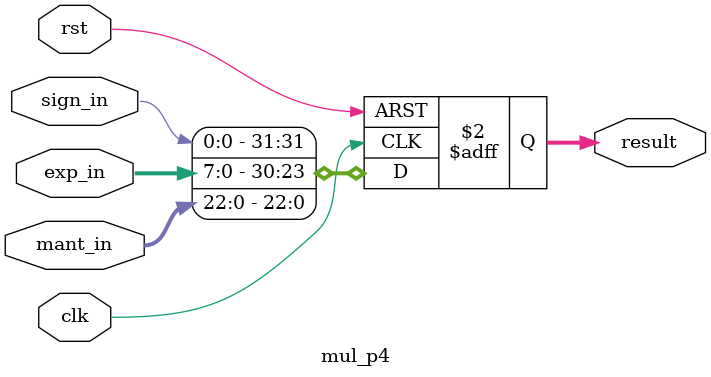
<source format=v>
module mul_p4 (
    input  wire        clk,
    input  wire        rst,
    input  wire        sign_in,
    input  wire [8:0]  exp_in,    // 9 bits from stage 3
    input  wire [22:0] mant_in,   // normalized mantissa
    output reg  [31:0] result
);
    always @(posedge clk or posedge rst) begin
        if (rst) begin
            result <= 32'b0;
        end else begin
            // Handle exponent overflow/underflow if needed here
            // For now, assume no overflow/underflow from normalization
            result <= { sign_in, exp_in[7:0], mant_in }; 
        end
    end
endmodule

</source>
